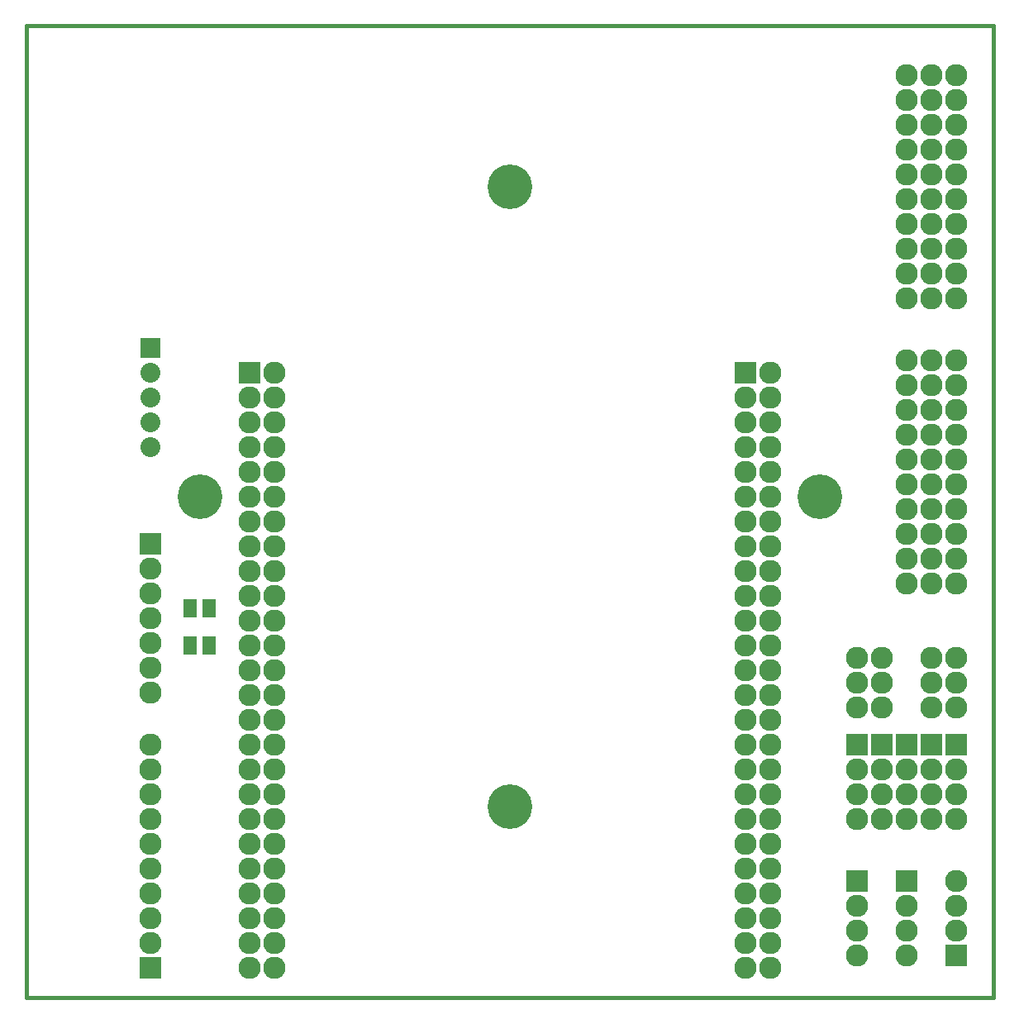
<source format=gts>
G04 (created by PCBNEW-RS274X (2012-01-19 BZR 3256)-stable) date 5/8/2013 11:12:38 PM*
G01*
G70*
G90*
%MOIN*%
G04 Gerber Fmt 3.4, Leading zero omitted, Abs format*
%FSLAX34Y34*%
G04 APERTURE LIST*
%ADD10C,0.000100*%
%ADD11C,0.015000*%
%ADD12R,0.085000X0.085000*%
%ADD13C,0.090000*%
%ADD14C,0.180000*%
%ADD15R,0.090000X0.090000*%
%ADD16R,0.055000X0.075000*%
%ADD17R,0.080000X0.080000*%
%ADD18C,0.080000*%
G04 APERTURE END LIST*
G54D10*
G54D11*
X73000Y-58200D02*
X72600Y-58200D01*
X73000Y-57800D02*
X73000Y-58200D01*
X34000Y-57600D02*
X34000Y-58200D01*
X73000Y-19000D02*
X34000Y-19000D01*
X73000Y-58000D02*
X73000Y-19000D01*
X34000Y-58200D02*
X73000Y-58200D01*
X34000Y-19000D02*
X34000Y-58000D01*
G54D12*
X43000Y-33000D03*
G54D13*
X44000Y-33000D03*
X43000Y-34000D03*
X44000Y-34000D03*
X44000Y-35000D03*
X43000Y-35000D03*
X44000Y-36000D03*
X43000Y-36000D03*
X44000Y-37000D03*
X43000Y-37000D03*
X44000Y-38000D03*
X43000Y-38000D03*
X44000Y-39000D03*
X43000Y-39000D03*
X44000Y-40000D03*
X43000Y-40000D03*
X44000Y-41000D03*
X43000Y-41000D03*
X44000Y-42000D03*
X43000Y-42000D03*
X44000Y-43000D03*
X43000Y-43000D03*
X44000Y-44000D03*
X43000Y-44000D03*
X44000Y-45000D03*
X43000Y-45000D03*
X44000Y-46000D03*
X43000Y-46000D03*
X44000Y-47000D03*
X43000Y-47000D03*
X44000Y-48000D03*
X43000Y-48000D03*
X44000Y-49000D03*
X43000Y-49000D03*
X44000Y-50000D03*
X43000Y-50000D03*
X44000Y-51000D03*
X43000Y-51000D03*
X44000Y-52000D03*
X43000Y-52000D03*
X44000Y-53000D03*
X43000Y-53000D03*
X44000Y-54000D03*
X43000Y-54000D03*
X44000Y-55000D03*
X43000Y-55000D03*
X44000Y-56000D03*
X43000Y-56000D03*
X44000Y-57000D03*
X43000Y-57000D03*
X63000Y-57000D03*
X64000Y-57000D03*
X63000Y-56000D03*
X64000Y-56000D03*
X63000Y-55000D03*
X64000Y-55000D03*
X63000Y-54000D03*
X64000Y-54000D03*
X63000Y-53000D03*
X64000Y-53000D03*
X63000Y-52000D03*
X64000Y-52000D03*
X63000Y-51000D03*
X64000Y-51000D03*
X63000Y-50000D03*
X64000Y-50000D03*
X63000Y-49000D03*
X64000Y-49000D03*
X63000Y-48000D03*
X64000Y-48000D03*
X63000Y-47000D03*
X64000Y-47000D03*
X63000Y-46000D03*
X64000Y-46000D03*
X63000Y-45000D03*
X64000Y-45000D03*
X63000Y-44000D03*
X64000Y-44000D03*
X63000Y-43000D03*
X64000Y-43000D03*
X63000Y-42000D03*
X64000Y-42000D03*
X63000Y-41000D03*
X64000Y-41000D03*
X63000Y-40000D03*
X64000Y-40000D03*
X63000Y-39000D03*
X64000Y-39000D03*
X63000Y-38000D03*
X64000Y-38000D03*
X63000Y-37000D03*
X64000Y-37000D03*
X63000Y-36000D03*
X64000Y-36000D03*
X63000Y-35000D03*
X64000Y-35000D03*
X63000Y-34000D03*
X64000Y-34000D03*
G54D12*
X63000Y-33000D03*
G54D13*
X64000Y-33000D03*
X69500Y-32500D03*
X69500Y-33500D03*
X69500Y-34500D03*
X69500Y-35500D03*
X69500Y-36500D03*
X69500Y-37500D03*
X69500Y-38500D03*
X69500Y-39500D03*
X69500Y-40500D03*
X69500Y-41500D03*
X70500Y-32500D03*
X70500Y-33500D03*
X70500Y-34500D03*
X70500Y-35500D03*
X70500Y-36500D03*
X70500Y-37500D03*
X70500Y-38500D03*
X70500Y-39500D03*
X70500Y-40500D03*
X70500Y-41500D03*
X71500Y-32500D03*
X71500Y-33500D03*
X71500Y-34500D03*
X71500Y-35500D03*
X71500Y-36500D03*
X71500Y-37500D03*
X71500Y-38500D03*
X71500Y-39500D03*
X71500Y-40500D03*
X71500Y-41500D03*
X69500Y-21000D03*
X69500Y-22000D03*
X69500Y-23000D03*
X69500Y-24000D03*
X69500Y-25000D03*
X69500Y-26000D03*
X69500Y-27000D03*
X69500Y-28000D03*
X69500Y-29000D03*
X69500Y-30000D03*
X70500Y-21000D03*
X70500Y-22000D03*
X70500Y-23000D03*
X70500Y-24000D03*
X70500Y-25000D03*
X70500Y-26000D03*
X70500Y-27000D03*
X70500Y-28000D03*
X70500Y-29000D03*
X70500Y-30000D03*
X71500Y-21000D03*
X71500Y-22000D03*
X71500Y-23000D03*
X71500Y-24000D03*
X71500Y-25000D03*
X71500Y-26000D03*
X71500Y-27000D03*
X71500Y-28000D03*
X71500Y-29000D03*
X71500Y-30000D03*
G54D14*
X53500Y-25500D03*
X66000Y-38000D03*
G54D15*
X71500Y-48000D03*
G54D13*
X71500Y-49000D03*
X71500Y-50000D03*
X71500Y-51000D03*
G54D15*
X70500Y-48000D03*
G54D13*
X70500Y-49000D03*
X70500Y-50000D03*
X70500Y-51000D03*
G54D15*
X69500Y-48000D03*
G54D13*
X69500Y-49000D03*
X69500Y-50000D03*
X69500Y-51000D03*
G54D15*
X68500Y-48000D03*
G54D13*
X68500Y-49000D03*
X68500Y-50000D03*
X68500Y-51000D03*
G54D15*
X67500Y-48000D03*
G54D13*
X67500Y-49000D03*
X67500Y-50000D03*
X67500Y-51000D03*
X71500Y-44500D03*
X71500Y-45500D03*
X71500Y-46500D03*
X70500Y-44500D03*
X70500Y-45500D03*
X70500Y-46500D03*
X68500Y-44500D03*
X68500Y-45500D03*
X68500Y-46500D03*
X67500Y-44500D03*
X67500Y-45500D03*
X67500Y-46500D03*
G54D12*
X39000Y-57000D03*
G54D13*
X39000Y-56000D03*
X39000Y-55000D03*
X39000Y-54000D03*
X39000Y-53000D03*
X39000Y-52000D03*
X39000Y-51000D03*
X39000Y-50000D03*
X39000Y-49000D03*
X39000Y-48000D03*
G54D15*
X67500Y-53500D03*
G54D13*
X67500Y-54500D03*
X67500Y-55500D03*
X67500Y-56500D03*
X71500Y-53500D03*
X71500Y-54500D03*
X71500Y-55500D03*
G54D15*
X71500Y-56500D03*
X69500Y-53500D03*
G54D13*
X69500Y-54500D03*
X69500Y-55500D03*
X69500Y-56500D03*
G54D14*
X53500Y-50500D03*
X41000Y-38000D03*
G54D12*
X39000Y-39900D03*
G54D13*
X39000Y-40900D03*
X39000Y-41900D03*
X39000Y-42900D03*
X39000Y-43900D03*
X39000Y-44900D03*
X39000Y-45900D03*
G54D16*
X40625Y-44000D03*
X41375Y-44000D03*
X40625Y-42500D03*
X41375Y-42500D03*
G54D17*
X39000Y-31990D03*
G54D18*
X39000Y-32990D03*
X39000Y-33990D03*
X39000Y-34990D03*
X39000Y-35990D03*
M02*

</source>
